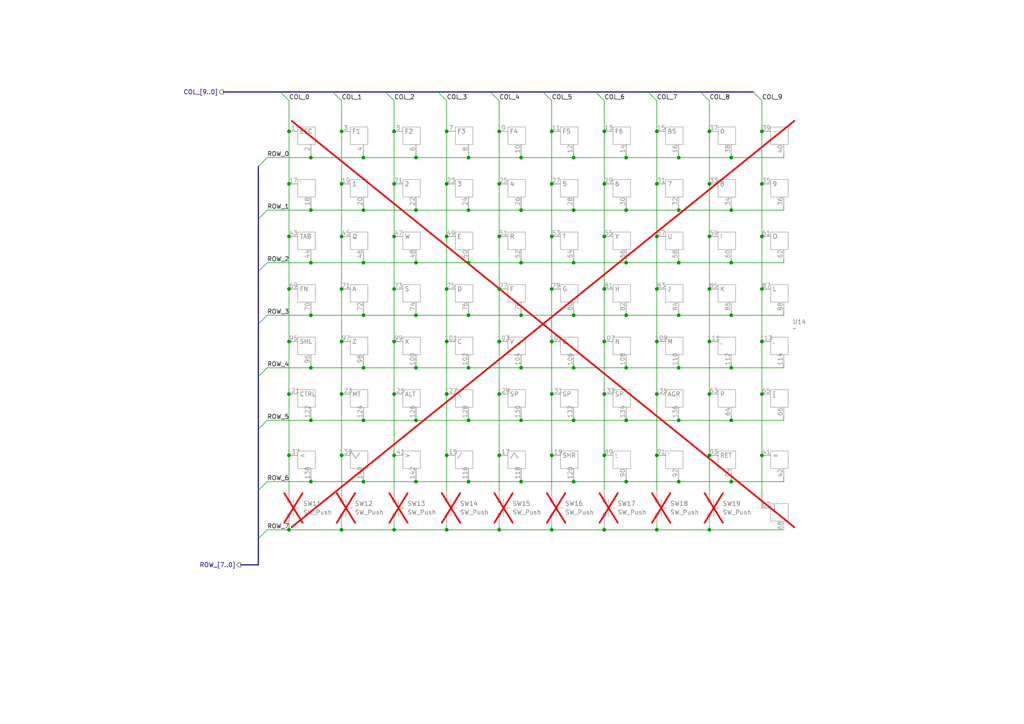
<source format=kicad_sch>
(kicad_sch (version 20250114) (generator "eeschema") (generator_version "9.0")
  (paper "A4")
  (title_block (title "Blackpants") (date "2025-09-18") (rev "R0.1") (company "Rootkit Labs"))
  (lib_symbols
    (symbol "Switch:SW_Push" (pin_numbers (hide yes)) (pin_names (offset 1.016) (hide yes))
      (property "Reference" "SW" (at 1.27 2.54 0))
      (property "Value" "SW_Push" (at 0 -1.524 0))
      (symbol "SW_Push_0_1"
        (circle (center -2.032 0) (radius 0.508))
        (polyline (pts (xy 0 1.27) (xy 0 3.048)))
        (circle (center 2.032 0) (radius 0.508))
        (polyline (pts (xy 2.54 1.27) (xy -2.54 1.27)))
        (pin passive line (at -5.08 0 0) (length 2.54) (name "1") (number "1"))
        (pin passive line (at 5.08 0 180) (length 2.54) (name "2") (number "2"))
      )
    )
    (symbol "keyboard:keyboard"
      (property "Reference" "U" (at 2.54 5.08 0))
      (symbol "keyboard_0_1"
        (rectangle (start -2.54 2.54) (end 2.54 -2.54))
        (rectangle (start -2.54 -12.7) (end 2.54 -17.78))
        (rectangle (start -2.54 -27.94) (end 2.54 -33.02))
        (rectangle (start -2.54 -43.18) (end 2.54 -48.26))
        (rectangle (start -2.54 -58.42) (end 2.54 -63.5))
        (rectangle (start -2.54 -73.66) (end 2.54 -78.74))
        (rectangle (start -2.54 -91.44) (end 2.54 -96.52))
        (rectangle (start 12.7 2.54) (end 17.78 -2.54))
        (rectangle (start 12.7 -12.7) (end 17.78 -17.78))
        (rectangle (start 12.7 -27.94) (end 17.78 -33.02))
        (rectangle (start 12.7 -43.18) (end 17.78 -48.26))
        (rectangle (start 12.7 -58.42) (end 17.78 -63.5))
        (rectangle (start 12.7 -73.66) (end 17.78 -78.74))
        (rectangle (start 12.7 -91.44) (end 17.78 -96.52))
        (rectangle (start 27.94 2.54) (end 33.02 -2.54))
        (rectangle (start 27.94 -12.7) (end 33.02 -17.78))
        (rectangle (start 27.94 -27.94) (end 33.02 -33.02))
        (rectangle (start 27.94 -43.18) (end 33.02 -48.26))
        (rectangle (start 27.94 -58.42) (end 33.02 -63.5))
        (rectangle (start 27.94 -73.66) (end 33.02 -78.74))
        (rectangle (start 27.94 -91.44) (end 33.02 -96.52))
        (rectangle (start 43.18 2.54) (end 48.26 -2.54))
        (rectangle (start 43.18 -12.7) (end 48.26 -17.78))
        (rectangle (start 43.18 -27.94) (end 48.26 -33.02))
        (rectangle (start 43.18 -43.18) (end 48.26 -48.26))
        (rectangle (start 43.18 -58.42) (end 48.26 -63.5))
        (rectangle (start 43.18 -73.66) (end 48.26 -78.74))
        (rectangle (start 43.18 -91.44) (end 48.26 -96.52))
        (rectangle (start 58.42 2.54) (end 63.5 -2.54))
        (rectangle (start 58.42 -12.7) (end 63.5 -17.78))
        (rectangle (start 58.42 -27.94) (end 63.5 -33.02))
        (rectangle (start 58.42 -43.18) (end 63.5 -48.26))
        (rectangle (start 58.42 -58.42) (end 63.5 -63.5))
        (rectangle (start 58.42 -73.66) (end 63.5 -78.74))
        (rectangle (start 58.42 -91.44) (end 63.5 -96.52))
        (rectangle (start 73.66 2.54) (end 78.74 -2.54))
        (rectangle (start 73.66 -12.7) (end 78.74 -17.78))
        (rectangle (start 73.66 -27.94) (end 78.74 -33.02))
        (rectangle (start 73.66 -43.18) (end 78.74 -48.26))
        (rectangle (start 73.66 -58.42) (end 78.74 -63.5))
        (rectangle (start 73.66 -73.66) (end 78.74 -78.74))
        (rectangle (start 73.66 -91.44) (end 78.74 -96.52))
        (rectangle (start 88.9 2.54) (end 93.98 -2.54))
        (rectangle (start 88.9 -12.7) (end 93.98 -17.78))
        (rectangle (start 88.9 -27.94) (end 93.98 -33.02))
        (rectangle (start 88.9 -43.18) (end 93.98 -48.26))
        (rectangle (start 88.9 -58.42) (end 93.98 -63.5))
        (rectangle (start 88.9 -73.66) (end 93.98 -78.74))
        (rectangle (start 88.9 -91.44) (end 93.98 -96.52))
        (rectangle (start 104.14 2.54) (end 109.22 -2.54))
        (rectangle (start 104.14 -12.7) (end 109.22 -17.78))
        (rectangle (start 104.14 -27.94) (end 109.22 -33.02))
        (rectangle (start 104.14 -43.18) (end 109.22 -48.26))
        (rectangle (start 104.14 -58.42) (end 109.22 -63.5))
        (rectangle (start 104.14 -73.66) (end 109.22 -78.74))
        (rectangle (start 104.14 -91.44) (end 109.22 -96.52))
        (rectangle (start 119.38 2.54) (end 124.46 -2.54))
        (rectangle (start 119.38 -12.7) (end 124.46 -17.78))
        (rectangle (start 119.38 -27.94) (end 124.46 -33.02))
        (rectangle (start 119.38 -43.18) (end 124.46 -48.26))
        (rectangle (start 119.38 -58.42) (end 124.46 -63.5))
        (rectangle (start 119.38 -73.66) (end 124.46 -78.74))
        (rectangle (start 119.38 -91.44) (end 124.46 -96.52))
        (rectangle (start 134.62 2.54) (end 139.7 -2.54))
        (rectangle (start 134.62 -12.7) (end 139.7 -17.78))
        (rectangle (start 134.62 -27.94) (end 139.7 -33.02))
        (rectangle (start 134.62 -43.18) (end 139.7 -48.26))
        (rectangle (start 134.62 -58.42) (end 139.7 -63.5))
        (rectangle (start 134.62 -73.66) (end 139.7 -78.74))
        (rectangle (start 134.62 -91.44) (end 139.7 -96.52))
        (rectangle (start 134.62 -106.68) (end 139.7 -111.76))
      )
      (symbol "keyboard_1_1"
        (pin passive line (at -5.08 1.27 0) (length 2.54) (name "ESC") (number "1"))
        (pin passive line (at -5.08 -13.97 0) (length 2.54) (name "`") (number "17"))
        (pin passive line (at -5.08 -29.21 0) (length 2.54) (name "TAB") (number "43"))
        (pin passive line (at -5.08 -44.45 0) (length 2.54) (name "FN") (number "69"))
        (pin passive line (at -5.08 -59.69 0) (length 2.54) (name "SHL") (number "95"))
        (pin passive line (at -5.08 -74.93 0) (length 2.54) (name "CTRL") (number "121"))
        (pin passive line (at -5.08 -92.71 0) (length 2.54) (name "<") (number "137"))
        (pin passive line (at 1.27 -5.08 90) (length 2.54) (name "") (number "2"))
        (pin passive line (at 1.27 -20.32 90) (length 2.54) (name "") (number "18"))
        (pin passive line (at 1.27 -35.56 90) (length 2.54) (name "") (number "44"))
        (pin passive line (at 1.27 -50.8 90) (length 2.54) (name "") (number "70"))
        (pin passive line (at 1.27 -66.04 90) (length 2.54) (name "") (number "96"))
        (pin passive line (at 1.27 -81.28 90) (length 2.54) (name "") (number "122"))
        (pin passive line (at 1.27 -99.06 90) (length 2.54) (name "") (number "138"))
        (pin passive line (at 10.16 1.27 0) (length 2.54) (name "F1") (number "3"))
        (pin passive line (at 10.16 -13.97 0) (length 2.54) (name "1") (number "19"))
        (pin passive line (at 10.16 -29.21 0) (length 2.54) (name "Q") (number "45"))
        (pin passive line (at 10.16 -44.45 0) (length 2.54) (name "A") (number "71"))
        (pin passive line (at 10.16 -59.69 0) (length 2.54) (name "Z") (number "97"))
        (pin passive line (at 10.16 -74.93 0) (length 2.54) (name "MT") (number "123"))
        (pin passive line (at 10.16 -92.71 0) (length 2.54) (name "\\/") (number "139"))
        (pin passive line (at 16.51 -5.08 90) (length 2.54) (name "") (number "4"))
        (pin passive line (at 16.51 -20.32 90) (length 2.54) (name "") (number "20"))
        (pin passive line (at 16.51 -35.56 90) (length 2.54) (name "") (number "46"))
        (pin passive line (at 16.51 -50.8 90) (length 2.54) (name "") (number "72"))
        (pin passive line (at 16.51 -66.04 90) (length 2.54) (name "") (number "98"))
        (pin passive line (at 16.51 -81.28 90) (length 2.54) (name "") (number "124"))
        (pin passive line (at 16.51 -99.06 90) (length 2.54) (name "") (number "140"))
        (pin passive line (at 25.4 1.27 0) (length 2.54) (name "F2") (number "5"))
        (pin passive line (at 25.4 -13.97 0) (length 2.54) (name "2") (number "21"))
        (pin passive line (at 25.4 -29.21 0) (length 2.54) (name "W") (number "47"))
        (pin passive line (at 25.4 -44.45 0) (length 2.54) (name "S") (number "73"))
        (pin passive line (at 25.4 -59.69 0) (length 2.54) (name "X") (number "99"))
        (pin passive line (at 25.4 -74.93 0) (length 2.54) (name "ALT") (number "125"))
        (pin passive line (at 25.4 -92.71 0) (length 2.54) (name ">") (number "141"))
        (pin passive line (at 31.75 -5.08 90) (length 2.54) (name "") (number "6"))
        (pin passive line (at 31.75 -20.32 90) (length 2.54) (name "") (number "22"))
        (pin passive line (at 31.75 -35.56 90) (length 2.54) (name "") (number "48"))
        (pin passive line (at 31.75 -50.8 90) (length 2.54) (name "") (number "74"))
        (pin passive line (at 31.75 -66.04 90) (length 2.54) (name "") (number "100"))
        (pin passive line (at 31.75 -81.28 90) (length 2.54) (name "") (number "126"))
        (pin passive line (at 31.75 -99.06 90) (length 2.54) (name "") (number "142"))
        (pin passive line (at 40.64 1.27 0) (length 2.54) (name "F3") (number "7"))
        (pin passive line (at 40.64 -13.97 0) (length 2.54) (name "3") (number "23"))
        (pin passive line (at 40.64 -29.21 0) (length 2.54) (name "E") (number "49"))
        (pin passive line (at 40.64 -44.45 0) (length 2.54) (name "D") (number "75"))
        (pin passive line (at 40.64 -59.69 0) (length 2.54) (name "C") (number "101"))
        (pin passive line (at 40.64 -74.93 0) (length 2.54) (name "\\") (number "127"))
        (pin passive line (at 40.64 -92.71 0) (length 2.54) (name "/") (number "115"))
        (pin passive line (at 46.99 -5.08 90) (length 2.54) (name "") (number "8"))
        (pin passive line (at 46.99 -20.32 90) (length 2.54) (name "") (number "24"))
        (pin passive line (at 46.99 -35.56 90) (length 2.54) (name "") (number "50"))
        (pin passive line (at 46.99 -50.8 90) (length 2.54) (name "") (number "76"))
        (pin passive line (at 46.99 -66.04 90) (length 2.54) (name "") (number "102"))
        (pin passive line (at 46.99 -81.28 90) (length 2.54) (name "") (number "128"))
        (pin passive line (at 46.99 -99.06 90) (length 2.54) (name "") (number "116"))
        (pin passive line (at 55.88 1.27 0) (length 2.54) (name "F4") (number "9"))
        (pin passive line (at 55.88 -13.97 0) (length 2.54) (name "4") (number "25"))
        (pin passive line (at 55.88 -29.21 0) (length 2.54) (name "R") (number "51"))
        (pin passive line (at 55.88 -44.45 0) (length 2.54) (name "F") (number "77"))
        (pin passive line (at 55.88 -59.69 0) (length 2.54) (name "V") (number "103"))
        (pin passive line (at 55.88 -74.93 0) (length 2.54) (name "SP") (number "129"))
        (pin passive line (at 55.88 -92.71 0) (length 2.54) (name "/\\") (number "117"))
        (pin passive line (at 62.23 -5.08 90) (length 2.54) (name "") (number "10"))
        (pin passive line (at 62.23 -20.32 90) (length 2.54) (name "") (number "26"))
        (pin passive line (at 62.23 -35.56 90) (length 2.54) (name "") (number "52"))
        (pin passive line (at 62.23 -50.8 90) (length 2.54) (name "") (number "78"))
        (pin passive line (at 62.23 -66.04 90) (length 2.54) (name "") (number "104"))
        (pin passive line (at 62.23 -81.28 90) (length 2.54) (name "") (number "130"))
        (pin passive line (at 62.23 -99.06 90) (length 2.54) (name "") (number "118"))
        (pin passive line (at 71.12 1.27 0) (length 2.54) (name "F5") (number "11"))
        (pin passive line (at 71.12 -13.97 0) (length 2.54) (name "5") (number "27"))
        (pin passive line (at 71.12 -29.21 0) (length 2.54) (name "T") (number "53"))
        (pin passive line (at 71.12 -44.45 0) (length 2.54) (name "G") (number "79"))
        (pin tri_state line (at 71.12 -59.69 0) (length 2.54) (name "B") (number "105"))
        (pin passive line (at 71.12 -74.93 0) (length 2.54) (name "SP") (number "131"))
        (pin passive line (at 71.12 -92.71 0) (length 2.54) (name "SHR") (number "119"))
        (pin passive line (at 77.47 -5.08 90) (length 2.54) (name "") (number "12"))
        (pin passive line (at 77.47 -20.32 90) (length 2.54) (name "") (number "28"))
        (pin passive line (at 77.47 -35.56 90) (length 2.54) (name "") (number "54"))
        (pin passive line (at 77.47 -50.8 90) (length 2.54) (name "") (number "80"))
        (pin passive line (at 77.47 -66.04 90) (length 2.54) (name "") (number "106"))
        (pin passive line (at 77.47 -81.28 90) (length 2.54) (name "") (number "132"))
        (pin passive line (at 77.47 -99.06 90) (length 2.54) (name "") (number "120"))
        (pin passive line (at 86.36 1.27 0) (length 2.54) (name "F6") (number "13"))
        (pin passive line (at 86.36 -13.97 0) (length 2.54) (name "6") (number "29"))
        (pin passive line (at 86.36 -29.21 0) (length 2.54) (name "Y") (number "55"))
        (pin passive line (at 86.36 -44.45 0) (length 2.54) (name "H") (number "81"))
        (pin passive line (at 86.36 -59.69 0) (length 2.54) (name "N") (number "107"))
        (pin passive line (at 86.36 -74.93 0) (length 2.54) (name "SP") (number "133"))
        (pin passive line (at 86.36 -92.71 0) (length 2.54) (name ";") (number "89"))
        (pin passive line (at 92.71 -5.08 90) (length 2.54) (name "") (number "14"))
        (pin passive line (at 92.71 -20.32 90) (length 2.54) (name "") (number "30"))
        (pin passive line (at 92.71 -35.56 90) (length 2.54) (name "") (number "56"))
        (pin passive line (at 92.71 -50.8 90) (length 2.54) (name "") (number "82"))
        (pin passive line (at 92.71 -66.04 90) (length 2.54) (name "") (number "108"))
        (pin passive line (at 92.71 -81.28 90) (length 2.54) (name "") (number "134"))
        (pin passive line (at 92.71 -99.06 90) (length 2.54) (name "") (number "90"))
        (pin passive line (at 101.6 1.27 0) (length 2.54) (name "BS") (number "15"))
        (pin passive line (at 101.6 -13.97 0) (length 2.54) (name "7") (number "31"))
        (pin passive line (at 101.6 -29.21 0) (length 2.54) (name "U") (number "57"))
        (pin passive line (at 101.6 -44.45 0) (length 2.54) (name "J") (number "83"))
        (pin passive line (at 101.6 -59.69 0) (length 2.54) (name "M") (number "109"))
        (pin passive line (at 101.6 -74.93 0) (length 2.54) (name "AGR") (number "135"))
        (pin passive line (at 101.6 -92.71 0) (length 2.54) (name "'") (number "91"))
        (pin passive line (at 107.95 -5.08 90) (length 2.54) (name "") (number "16"))
        (pin passive line (at 107.95 -20.32 90) (length 2.54) (name "") (number "32"))
        (pin passive line (at 107.95 -35.56 90) (length 2.54) (name "") (number "58"))
        (pin passive line (at 107.95 -50.8 90) (length 2.54) (name "") (number "84"))
        (pin passive line (at 107.95 -66.04 90) (length 2.54) (name "") (number "110"))
        (pin passive line (at 107.95 -81.28 90) (length 2.54) (name "") (number "136"))
        (pin passive line (at 107.95 -99.06 90) (length 2.54) (name "") (number "92"))
        (pin passive line (at 116.84 1.27 0) (length 2.54) (name "0") (number "37"))
        (pin passive line (at 116.84 -13.97 0) (length 2.54) (name "8") (number "33"))
        (pin passive line (at 116.84 -29.21 0) (length 2.54) (name "I") (number "59"))
        (pin passive line (at 116.84 -44.45 0) (length 2.54) (name "K") (number "85"))
        (pin passive line (at 116.84 -59.69 0) (length 2.54) (name ",") (number "111"))
        (pin passive line (at 116.84 -74.93 0) (length 2.54) (name "P") (number "63"))
        (pin passive line (at 116.84 -92.71 0) (length 2.54) (name "RET") (number "93"))
        (pin passive line (at 123.19 -5.08 90) (length 2.54) (name "") (number "38"))
        (pin passive line (at 123.19 -20.32 90) (length 2.54) (name "") (number "34"))
        (pin passive line (at 123.19 -35.56 90) (length 2.54) (name "") (number "60"))
        (pin passive line (at 123.19 -50.8 90) (length 2.54) (name "") (number "86"))
        (pin passive line (at 123.19 -66.04 90) (length 2.54) (name "") (number "112"))
        (pin passive line (at 123.19 -81.28 90) (length 2.54) (name "") (number "64"))
        (pin passive line (at 123.19 -99.06 90) (length 2.54) (name "") (number "94"))
        (pin passive line (at 132.08 1.27 0) (length 2.54) (name "-") (number "39"))
        (pin passive line (at 132.08 -13.97 0) (length 2.54) (name "9") (number "35"))
        (pin passive line (at 132.08 -29.21 0) (length 2.54) (name "O") (number "61"))
        (pin passive line (at 132.08 -44.45 0) (length 2.54) (name "L") (number "87"))
        (pin passive line (at 132.08 -59.69 0) (length 2.54) (name ".") (number "113"))
        (pin passive line (at 132.08 -74.93 0) (length 2.54) (name "[") (number "65"))
        (pin passive line (at 132.08 -92.71 0) (length 2.54) (name "=") (number "41"))
        (pin passive line (at 132.08 -107.95 0) (length 2.54) (name "]") (number "67"))
        (pin passive line (at 138.43 -5.08 90) (length 2.54) (name "") (number "40"))
        (pin passive line (at 138.43 -20.32 90) (length 2.54) (name "") (number "36"))
        (pin passive line (at 138.43 -35.56 90) (length 2.54) (name "") (number "62"))
        (pin passive line (at 138.43 -50.8 90) (length 2.54) (name "") (number "88"))
        (pin passive line (at 138.43 -66.04 90) (length 2.54) (name "") (number "114"))
        (pin passive line (at 138.43 -81.28 90) (length 2.54) (name "") (number "66"))
        (pin passive line (at 138.43 -99.06 90) (length 2.54) (name "") (number "42"))
        (pin passive line (at 138.43 -114.3 90) (length 2.54) (name "") (number "68"))
      )
    )
  )
  (junction (at 190.5 53.34))
  (junction (at 114.3 68.58))
  (junction (at 144.78 114.3))
  (junction (at 90.17 139.7))
  (junction (at 205.74 53.34))
  (junction (at 175.26 114.3))
  (junction (at 160.02 83.82))
  (junction (at 83.82 114.3))
  (junction (at 90.17 60.96))
  (junction (at 181.61 139.7))
  (junction (at 144.78 153.67))
  (junction (at 175.26 99.06))
  (junction (at 144.78 68.58))
  (junction (at 99.06 153.67))
  (junction (at 196.85 60.96))
  (junction (at 190.5 114.3))
  (junction (at 83.82 153.67))
  (junction (at 151.13 76.2))
  (junction (at 160.02 38.1))
  (junction (at 114.3 99.06))
  (junction (at 160.02 132.08))
  (junction (at 114.3 83.82))
  (junction (at 114.3 53.34))
  (junction (at 196.85 91.44))
  (junction (at 205.74 114.3))
  (junction (at 120.65 91.44))
  (junction (at 220.98 132.08))
  (junction (at 105.41 76.2))
  (junction (at 196.85 121.92))
  (junction (at 120.65 106.68))
  (junction (at 105.41 139.7))
  (junction (at 220.98 53.34))
  (junction (at 90.17 106.68))
  (junction (at 212.09 76.2))
  (junction (at 212.09 60.96))
  (junction (at 120.65 45.72))
  (junction (at 83.82 68.58))
  (junction (at 135.89 76.2))
  (junction (at 83.82 99.06))
  (junction (at 212.09 106.68))
  (junction (at 166.37 91.44))
  (junction (at 114.3 114.3))
  (junction (at 151.13 121.92))
  (junction (at 181.61 91.44))
  (junction (at 166.37 106.68))
  (junction (at 166.37 45.72))
  (junction (at 151.13 60.96))
  (junction (at 166.37 121.92))
  (junction (at 114.3 38.1))
  (junction (at 220.98 68.58))
  (junction (at 160.02 153.67))
  (junction (at 181.61 106.68))
  (junction (at 190.5 68.58))
  (junction (at 220.98 83.82))
  (junction (at 205.74 99.06))
  (junction (at 212.09 121.92))
  (junction (at 120.65 121.92))
  (junction (at 166.37 139.7))
  (junction (at 99.06 38.1))
  (junction (at 99.06 83.82))
  (junction (at 160.02 99.06))
  (junction (at 175.26 153.67))
  (junction (at 212.09 139.7))
  (junction (at 181.61 121.92))
  (junction (at 99.06 68.58))
  (junction (at 160.02 68.58))
  (junction (at 135.89 60.96))
  (junction (at 114.3 153.67))
  (junction (at 99.06 53.34))
  (junction (at 166.37 76.2))
  (junction (at 114.3 132.08))
  (junction (at 212.09 45.72))
  (junction (at 135.89 45.72))
  (junction (at 196.85 45.72))
  (junction (at 190.5 83.82))
  (junction (at 175.26 83.82))
  (junction (at 90.17 45.72))
  (junction (at 190.5 153.67))
  (junction (at 83.82 53.34))
  (junction (at 83.82 38.1))
  (junction (at 181.61 45.72))
  (junction (at 83.82 132.08))
  (junction (at 135.89 106.68))
  (junction (at 220.98 99.06))
  (junction (at 120.65 60.96))
  (junction (at 160.02 53.34))
  (junction (at 151.13 45.72))
  (junction (at 99.06 132.08))
  (junction (at 175.26 132.08))
  (junction (at 205.74 68.58))
  (junction (at 196.85 76.2))
  (junction (at 135.89 91.44))
  (junction (at 175.26 53.34))
  (junction (at 181.61 76.2))
  (junction (at 129.54 153.67))
  (junction (at 190.5 132.08))
  (junction (at 190.5 99.06))
  (junction (at 220.98 38.1))
  (junction (at 166.37 60.96))
  (junction (at 205.74 153.67))
  (junction (at 205.74 38.1))
  (junction (at 181.61 60.96))
  (junction (at 144.78 38.1))
  (junction (at 144.78 53.34))
  (junction (at 151.13 106.68))
  (junction (at 196.85 106.68))
  (junction (at 135.89 139.7))
  (junction (at 90.17 91.44))
  (junction (at 105.41 106.68))
  (junction (at 175.26 38.1))
  (junction (at 129.54 114.3))
  (junction (at 151.13 139.7))
  (junction (at 129.54 53.34))
  (junction (at 135.89 121.92))
  (junction (at 151.13 91.44))
  (junction (at 190.5 38.1))
  (junction (at 129.54 38.1))
  (junction (at 129.54 68.58))
  (junction (at 105.41 60.96))
  (junction (at 144.78 99.06))
  (junction (at 196.85 139.7))
  (junction (at 99.06 99.06))
  (junction (at 205.74 132.08))
  (junction (at 105.41 121.92))
  (junction (at 105.41 45.72))
  (junction (at 212.09 91.44))
  (junction (at 120.65 76.2))
  (junction (at 144.78 132.08))
  (junction (at 90.17 121.92))
  (junction (at 120.65 139.7))
  (junction (at 99.06 114.3))
  (junction (at 160.02 114.3))
  (junction (at 90.17 76.2))
  (junction (at 83.82 83.82))
  (junction (at 175.26 68.58))
  (junction (at 129.54 83.82))
  (junction (at 105.41 91.44))
  (junction (at 129.54 99.06))
  (junction (at 129.54 132.08))
  (junction (at 220.98 114.3))
  (junction (at 144.78 83.82))
  (junction (at 205.74 83.82))
  (bus_entry (at 111.76 26.67) (size 2.54 2.54))
  (bus_entry (at 203.2 26.67) (size 2.54 2.54))
  (bus_entry (at 74.93 78.74) (size 2.54 -2.54))
  (bus_entry (at 81.28 26.67) (size 2.54 2.54))
  (bus_entry (at 142.24 26.67) (size 2.54 2.54))
  (bus_entry (at 187.96 26.67) (size 2.54 2.54))
  (bus_entry (at 74.93 109.22) (size 2.54 -2.54))
  (bus_entry (at 74.93 142.24) (size 2.54 -2.54))
  (bus_entry (at 74.93 63.5) (size 2.54 -2.54))
  (bus_entry (at 74.93 156.21) (size 2.54 -2.54))
  (bus_entry (at 218.44 26.67) (size 2.54 2.54))
  (bus_entry (at 74.93 48.26) (size 2.54 -2.54))
  (bus_entry (at 74.93 93.98) (size 2.54 -2.54))
  (bus_entry (at 74.93 124.46) (size 2.54 -2.54))
  (bus_entry (at 96.52 26.67) (size 2.54 2.54))
  (bus_entry (at 172.72 26.67) (size 2.54 2.54))
  (bus_entry (at 127 26.67) (size 2.54 2.54))
  (bus_entry (at 157.48 26.67) (size 2.54 2.54))
  (wire (pts (xy 212.09 76.2) (xy 227.33 76.2)))
  (wire (pts (xy 181.61 139.7) (xy 196.85 139.7)))
  (wire (pts (xy 83.82 29.21) (xy 83.82 38.1)))
  (wire (pts (xy 135.89 45.72) (xy 151.13 45.72)))
  (wire (pts (xy 135.89 121.92) (xy 135.89 120.65)))
  (wire (pts (xy 166.37 106.68) (xy 181.61 106.68)))
  (wire (pts (xy 135.89 106.68) (xy 135.89 105.41)))
  (wire (pts (xy 135.89 60.96) (xy 135.89 59.69)))
  (wire (pts (xy 166.37 121.92) (xy 166.37 120.65)))
  (wire (pts (xy 90.17 60.96) (xy 90.17 59.69)))
  (wire (pts (xy 90.17 106.68) (xy 90.17 105.41)))
  (wire (pts (xy 99.06 29.21) (xy 99.06 38.1)))
  (wire (pts (xy 181.61 76.2) (xy 196.85 76.2)))
  (wire (pts (xy 227.33 91.44) (xy 227.33 90.17)))
  (wire (pts (xy 190.5 132.08) (xy 190.5 142.24)))
  (wire (pts (xy 135.89 91.44) (xy 135.89 90.17)))
  (wire (pts (xy 166.37 45.72) (xy 181.61 45.72)))
  (wire (pts (xy 220.98 53.34) (xy 220.98 68.58)))
  (wire (pts (xy 99.06 152.4) (xy 99.06 153.67)))
  (wire (pts (xy 83.82 132.08) (xy 83.82 142.24)))
  (wire (pts (xy 212.09 139.7) (xy 227.33 139.7)))
  (wire (pts (xy 135.89 76.2) (xy 135.89 74.93)))
  (wire (pts (xy 160.02 68.58) (xy 160.02 83.82)))
  (wire (pts (xy 205.74 53.34) (xy 205.74 68.58)))
  (wire (pts (xy 220.98 83.82) (xy 220.98 99.06)))
  (wire (pts (xy 166.37 44.45) (xy 166.37 45.72)))
  (wire (pts (xy 181.61 59.69) (xy 181.61 60.96)))
  (wire (pts (xy 196.85 60.96) (xy 212.09 60.96)))
  (wire (pts (xy 181.61 91.44) (xy 196.85 91.44)))
  (wire (pts (xy 105.41 138.43) (xy 105.41 139.7)))
  (wire (pts (xy 160.02 38.1) (xy 160.02 53.34)))
  (wire (pts (xy 166.37 60.96) (xy 181.61 60.96)))
  (wire (pts (xy 181.61 76.2) (xy 181.61 74.93)))
  (wire (pts (xy 166.37 91.44) (xy 166.37 90.17)))
  (wire (pts (xy 90.17 121.92) (xy 105.41 121.92)))
  (bus (pts (xy 74.93 78.74) (xy 74.93 93.98)))
  (wire (pts (xy 114.3 153.67) (xy 129.54 153.67)))
  (wire (pts (xy 114.3 38.1) (xy 114.3 53.34)))
  (wire (pts (xy 151.13 91.44) (xy 166.37 91.44)))
  (wire (pts (xy 175.26 38.1) (xy 175.26 53.34)))
  (wire (pts (xy 144.78 29.21) (xy 144.78 38.1)))
  (wire (pts (xy 196.85 91.44) (xy 196.85 90.17)))
  (wire (pts (xy 196.85 138.43) (xy 196.85 139.7)))
  (wire (pts (xy 120.65 138.43) (xy 120.65 139.7)))
  (wire (pts (xy 227.33 59.69) (xy 227.33 60.96)))
  (wire (pts (xy 99.06 38.1) (xy 99.06 53.34)))
  (wire (pts (xy 83.82 83.82) (xy 83.82 99.06)))
  (bus (pts (xy 187.96 26.67) (xy 203.2 26.67)))
  (wire (pts (xy 166.37 91.44) (xy 181.61 91.44)))
  (wire (pts (xy 160.02 29.21) (xy 160.02 38.1)))
  (wire (pts (xy 120.65 106.68) (xy 120.65 105.41)))
  (wire (pts (xy 175.26 99.06) (xy 175.26 114.3)))
  (wire (pts (xy 129.54 38.1) (xy 129.54 53.34)))
  (wire (pts (xy 114.3 114.3) (xy 114.3 132.08)))
  (wire (pts (xy 160.02 53.34) (xy 160.02 68.58)))
  (wire (pts (xy 120.65 91.44) (xy 135.89 91.44)))
  (wire (pts (xy 90.17 91.44) (xy 90.17 90.17)))
  (wire (pts (xy 190.5 29.21) (xy 190.5 38.1)))
  (wire (pts (xy 196.85 139.7) (xy 212.09 139.7)))
  (wire (pts (xy 90.17 45.72) (xy 105.41 45.72)))
  (wire (pts (xy 196.85 91.44) (xy 212.09 91.44)))
  (wire (pts (xy 220.98 68.58) (xy 220.98 83.82)))
  (wire (pts (xy 90.17 139.7) (xy 90.17 138.43)))
  (wire (pts (xy 196.85 121.92) (xy 212.09 121.92)))
  (wire (pts (xy 212.09 138.43) (xy 212.09 139.7)))
  (wire (pts (xy 135.89 106.68) (xy 151.13 106.68)))
  (wire (pts (xy 181.61 121.92) (xy 181.61 120.65)))
  (wire (pts (xy 120.65 121.92) (xy 120.65 120.65)))
  (wire (pts (xy 181.61 44.45) (xy 181.61 45.72)))
  (wire (pts (xy 175.26 152.4) (xy 175.26 153.67)))
  (bus (pts (xy 64.77 26.67) (xy 81.28 26.67)))
  (wire (pts (xy 83.82 68.58) (xy 83.82 83.82)))
  (wire (pts (xy 212.09 91.44) (xy 227.33 91.44)))
  (wire (pts (xy 90.17 139.7) (xy 105.41 139.7)))
  (wire (pts (xy 212.09 76.2) (xy 212.09 74.93)))
  (wire (pts (xy 105.41 91.44) (xy 105.41 90.17)))
  (wire (pts (xy 151.13 106.68) (xy 151.13 105.41)))
  (wire (pts (xy 99.06 99.06) (xy 99.06 114.3)))
  (wire (pts (xy 77.47 76.2) (xy 90.17 76.2)))
  (wire (pts (xy 212.09 106.68) (xy 212.09 105.41)))
  (wire (pts (xy 83.82 53.34) (xy 83.82 68.58)))
  (wire (pts (xy 196.85 121.92) (xy 196.85 120.65)))
  (wire (pts (xy 160.02 83.82) (xy 160.02 99.06)))
  (wire (pts (xy 129.54 53.34) (xy 129.54 68.58)))
  (wire (pts (xy 99.06 153.67) (xy 114.3 153.67)))
  (bus (pts (xy 74.93 93.98) (xy 74.93 109.22)))
  (wire (pts (xy 175.26 68.58) (xy 175.26 83.82)))
  (wire (pts (xy 205.74 38.1) (xy 205.74 53.34)))
  (wire (pts (xy 129.54 99.06) (xy 129.54 114.3)))
  (wire (pts (xy 220.98 38.1) (xy 220.98 53.34)))
  (wire (pts (xy 77.47 91.44) (xy 90.17 91.44)))
  (wire (pts (xy 181.61 106.68) (xy 181.61 105.41)))
  (wire (pts (xy 144.78 114.3) (xy 144.78 132.08)))
  (wire (pts (xy 105.41 91.44) (xy 120.65 91.44)))
  (wire (pts (xy 205.74 114.3) (xy 205.74 132.08)))
  (wire (pts (xy 175.26 114.3) (xy 175.26 132.08)))
  (wire (pts (xy 135.89 138.43) (xy 135.89 139.7)))
  (wire (pts (xy 205.74 83.82) (xy 205.74 99.06)))
  (wire (pts (xy 90.17 121.92) (xy 90.17 120.65)))
  (wire (pts (xy 205.74 29.21) (xy 205.74 38.1)))
  (wire (pts (xy 120.65 76.2) (xy 120.65 74.93)))
  (wire (pts (xy 114.3 83.82) (xy 114.3 99.06)))
  (wire (pts (xy 114.3 152.4) (xy 114.3 153.67)))
  (wire (pts (xy 196.85 45.72) (xy 212.09 45.72)))
  (bus (pts (xy 74.93 63.5) (xy 74.93 78.74)))
  (wire (pts (xy 181.61 45.72) (xy 196.85 45.72)))
  (wire (pts (xy 190.5 99.06) (xy 190.5 114.3)))
  (bus (pts (xy 74.93 48.26) (xy 74.93 63.5)))
  (wire (pts (xy 166.37 76.2) (xy 166.37 74.93)))
  (wire (pts (xy 77.47 60.96) (xy 90.17 60.96)))
  (wire (pts (xy 114.3 68.58) (xy 114.3 83.82)))
  (wire (pts (xy 105.41 60.96) (xy 120.65 60.96)))
  (wire (pts (xy 83.82 114.3) (xy 83.82 132.08)))
  (wire (pts (xy 196.85 106.68) (xy 212.09 106.68)))
  (wire (pts (xy 220.98 132.08) (xy 220.98 147.32)))
  (wire (pts (xy 220.98 29.21) (xy 220.98 38.1)))
  (bus (pts (xy 157.48 26.67) (xy 172.72 26.67)))
  (wire (pts (xy 144.78 68.58) (xy 144.78 83.82)))
  (wire (pts (xy 129.54 68.58) (xy 129.54 83.82)))
  (wire (pts (xy 212.09 91.44) (xy 212.09 90.17)))
  (wire (pts (xy 151.13 106.68) (xy 166.37 106.68)))
  (wire (pts (xy 190.5 153.67) (xy 205.74 153.67)))
  (wire (pts (xy 90.17 76.2) (xy 105.41 76.2)))
  (wire (pts (xy 129.54 114.3) (xy 129.54 132.08)))
  (wire (pts (xy 205.74 132.08) (xy 205.74 142.24)))
  (wire (pts (xy 90.17 60.96) (xy 105.41 60.96)))
  (bus (pts (xy 74.93 109.22) (xy 74.93 124.46)))
  (wire (pts (xy 120.65 121.92) (xy 135.89 121.92)))
  (bus (pts (xy 142.24 26.67) (xy 157.48 26.67)))
  (wire (pts (xy 160.02 114.3) (xy 160.02 132.08)))
  (bus (pts (xy 203.2 26.67) (xy 218.44 26.67)))
  (wire (pts (xy 77.47 121.92) (xy 90.17 121.92)))
  (wire (pts (xy 212.09 120.65) (xy 212.09 121.92)))
  (wire (pts (xy 99.06 53.34) (xy 99.06 68.58)))
  (wire (pts (xy 83.82 153.67) (xy 99.06 153.67)))
  (wire (pts (xy 227.33 121.92) (xy 227.33 120.65)))
  (wire (pts (xy 205.74 152.4) (xy 205.74 153.67)))
  (wire (pts (xy 129.54 153.67) (xy 144.78 153.67)))
  (wire (pts (xy 190.5 83.82) (xy 190.5 99.06)))
  (wire (pts (xy 151.13 59.69) (xy 151.13 60.96)))
  (wire (pts (xy 144.78 83.82) (xy 144.78 99.06)))
  (wire (pts (xy 114.3 132.08) (xy 114.3 142.24)))
  (wire (pts (xy 205.74 153.67) (xy 227.33 153.67)))
  (wire (pts (xy 181.61 106.68) (xy 196.85 106.68)))
  (wire (pts (xy 144.78 99.06) (xy 144.78 114.3)))
  (wire (pts (xy 144.78 38.1) (xy 144.78 53.34)))
  (wire (pts (xy 160.02 153.67) (xy 175.26 153.67)))
  (wire (pts (xy 175.26 53.34) (xy 175.26 68.58)))
  (bus (pts (xy 127 26.67) (xy 142.24 26.67)))
  (bus (pts (xy 172.72 26.67) (xy 187.96 26.67)))
  (wire (pts (xy 151.13 91.44) (xy 151.13 90.17)))
  (wire (pts (xy 227.33 76.2) (xy 227.33 74.93)))
  (wire (pts (xy 90.17 45.72) (xy 90.17 44.45)))
  (wire (pts (xy 151.13 138.43) (xy 151.13 139.7)))
  (wire (pts (xy 135.89 60.96) (xy 151.13 60.96)))
  (wire (pts (xy 77.47 106.68) (xy 90.17 106.68)))
  (wire (pts (xy 83.82 99.06) (xy 83.82 114.3)))
  (wire (pts (xy 151.13 121.92) (xy 166.37 121.92)))
  (wire (pts (xy 175.26 153.67) (xy 190.5 153.67)))
  (wire (pts (xy 105.41 139.7) (xy 120.65 139.7)))
  (wire (pts (xy 120.65 91.44) (xy 120.65 90.17)))
  (wire (pts (xy 151.13 44.45) (xy 151.13 45.72)))
  (wire (pts (xy 175.26 29.21) (xy 175.26 38.1)))
  (wire (pts (xy 160.02 132.08) (xy 160.02 142.24)))
  (wire (pts (xy 212.09 106.68) (xy 227.33 106.68)))
  (wire (pts (xy 166.37 139.7) (xy 181.61 139.7)))
  (wire (pts (xy 105.41 106.68) (xy 105.41 105.41)))
  (bus (pts (xy 74.93 163.83) (xy 74.93 156.21)))
  (wire (pts (xy 190.5 53.34) (xy 190.5 68.58)))
  (wire (pts (xy 105.41 121.92) (xy 120.65 121.92)))
  (wire (pts (xy 129.54 83.82) (xy 129.54 99.06)))
  (wire (pts (xy 99.06 114.3) (xy 99.06 132.08)))
  (wire (pts (xy 99.06 68.58) (xy 99.06 83.82)))
  (wire (pts (xy 77.47 139.7) (xy 90.17 139.7)))
  (wire (pts (xy 114.3 29.21) (xy 114.3 38.1)))
  (wire (pts (xy 227.33 106.68) (xy 227.33 105.41)))
  (wire (pts (xy 90.17 106.68) (xy 105.41 106.68)))
  (wire (pts (xy 151.13 120.65) (xy 151.13 121.92)))
  (wire (pts (xy 120.65 76.2) (xy 135.89 76.2)))
  (wire (pts (xy 166.37 121.92) (xy 181.61 121.92)))
  (wire (pts (xy 151.13 76.2) (xy 151.13 74.93)))
  (wire (pts (xy 135.89 121.92) (xy 151.13 121.92)))
  (wire (pts (xy 120.65 44.45) (xy 120.65 45.72)))
  (wire (pts (xy 77.47 153.67) (xy 83.82 153.67)))
  (wire (pts (xy 144.78 132.08) (xy 144.78 142.24)))
  (wire (pts (xy 196.85 44.45) (xy 196.85 45.72)))
  (wire (pts (xy 83.82 38.1) (xy 83.82 53.34)))
  (wire (pts (xy 196.85 106.68) (xy 196.85 105.41)))
  (wire (pts (xy 166.37 76.2) (xy 181.61 76.2)))
  (wire (pts (xy 90.17 76.2) (xy 90.17 74.93)))
  (wire (pts (xy 190.5 38.1) (xy 190.5 53.34)))
  (wire (pts (xy 196.85 76.2) (xy 212.09 76.2)))
  (wire (pts (xy 190.5 152.4) (xy 190.5 153.67)))
  (wire (pts (xy 227.33 45.72) (xy 227.33 44.45)))
  (wire (pts (xy 212.09 44.45) (xy 212.09 45.72)))
  (wire (pts (xy 105.41 44.45) (xy 105.41 45.72)))
  (wire (pts (xy 105.41 76.2) (xy 120.65 76.2)))
  (wire (pts (xy 99.06 83.82) (xy 99.06 99.06)))
  (wire (pts (xy 144.78 53.34) (xy 144.78 68.58)))
  (wire (pts (xy 144.78 153.67) (xy 160.02 153.67)))
  (wire (pts (xy 129.54 152.4) (xy 129.54 153.67)))
  (wire (pts (xy 190.5 114.3) (xy 190.5 132.08)))
  (wire (pts (xy 129.54 132.08) (xy 129.54 142.24)))
  (wire (pts (xy 175.26 83.82) (xy 175.26 99.06)))
  (wire (pts (xy 181.61 121.92) (xy 196.85 121.92)))
  (wire (pts (xy 135.89 76.2) (xy 151.13 76.2)))
  (bus (pts (xy 96.52 26.67) (xy 111.76 26.67)))
  (bus (pts (xy 74.93 142.24) (xy 74.93 156.21)))
  (wire (pts (xy 120.65 45.72) (xy 135.89 45.72)))
  (wire (pts (xy 166.37 138.43) (xy 166.37 139.7)))
  (wire (pts (xy 166.37 59.69) (xy 166.37 60.96)))
  (wire (pts (xy 151.13 76.2) (xy 166.37 76.2)))
  (wire (pts (xy 90.17 91.44) (xy 105.41 91.44)))
  (wire (pts (xy 120.65 106.68) (xy 135.89 106.68)))
  (wire (pts (xy 181.61 91.44) (xy 181.61 90.17)))
  (wire (pts (xy 105.41 121.92) (xy 105.41 120.65)))
  (wire (pts (xy 135.89 139.7) (xy 151.13 139.7)))
  (wire (pts (xy 77.47 45.72) (xy 90.17 45.72)))
  (bus (pts (xy 69.85 163.83) (xy 74.93 163.83)))
  (wire (pts (xy 212.09 121.92) (xy 227.33 121.92)))
  (wire (pts (xy 175.26 132.08) (xy 175.26 142.24)))
  (wire (pts (xy 83.82 152.4) (xy 83.82 153.67)))
  (wire (pts (xy 160.02 152.4) (xy 160.02 153.67)))
  (wire (pts (xy 105.41 60.96) (xy 105.41 59.69)))
  (wire (pts (xy 120.65 139.7) (xy 135.89 139.7)))
  (bus (pts (xy 74.93 124.46) (xy 74.93 142.24)))
  (wire (pts (xy 212.09 60.96) (xy 227.33 60.96)))
  (wire (pts (xy 129.54 29.21) (xy 129.54 38.1)))
  (wire (pts (xy 105.41 106.68) (xy 120.65 106.68)))
  (wire (pts (xy 135.89 91.44) (xy 151.13 91.44)))
  (wire (pts (xy 105.41 76.2) (xy 105.41 74.93)))
  (wire (pts (xy 205.74 99.06) (xy 205.74 114.3)))
  (wire (pts (xy 205.74 68.58) (xy 205.74 83.82)))
  (wire (pts (xy 135.89 44.45) (xy 135.89 45.72)))
  (wire (pts (xy 212.09 59.69) (xy 212.09 60.96)))
  (wire (pts (xy 114.3 99.06) (xy 114.3 114.3)))
  (bus (pts (xy 81.28 26.67) (xy 96.52 26.67)))
  (wire (pts (xy 144.78 152.4) (xy 144.78 153.67)))
  (wire (pts (xy 196.85 59.69) (xy 196.85 60.96)))
  (wire (pts (xy 114.3 53.34) (xy 114.3 68.58)))
  (wire (pts (xy 181.61 138.43) (xy 181.61 139.7)))
  (wire (pts (xy 99.06 132.08) (xy 99.06 142.24)))
  (wire (pts (xy 166.37 106.68) (xy 166.37 105.41)))
  (wire (pts (xy 196.85 76.2) (xy 196.85 74.93)))
  (wire (pts (xy 120.65 60.96) (xy 135.89 60.96)))
  (wire (pts (xy 220.98 99.06) (xy 220.98 114.3)))
  (bus (pts (xy 111.76 26.67) (xy 127 26.67)))
  (wire (pts (xy 220.98 114.3) (xy 220.98 132.08)))
  (wire (pts (xy 212.09 45.72) (xy 227.33 45.72)))
  (wire (pts (xy 181.61 60.96) (xy 196.85 60.96)))
  (wire (pts (xy 160.02 99.06) (xy 160.02 114.3)))
  (wire (pts (xy 190.5 68.58) (xy 190.5 83.82)))
  (wire (pts (xy 151.13 45.72) (xy 166.37 45.72)))
  (wire (pts (xy 105.41 45.72) (xy 120.65 45.72)))
  (wire (pts (xy 151.13 60.96) (xy 166.37 60.96)))
  (wire (pts (xy 120.65 60.96) (xy 120.65 59.69)))
  (wire (pts (xy 227.33 139.7) (xy 227.33 138.43)))
  (wire (pts (xy 151.13 139.7) (xy 166.37 139.7)))
  (label "ROW_4" (at 77.47 106.68 0))
  (label "COL_5" (at 160.02 29.21 0))
  (label "COL_0" (at 83.82 29.21 0))
  (label "COL_8" (at 205.74 29.21 0))
  (label "COL_3" (at 129.54 29.21 0))
  (label "ROW_0" (at 77.47 45.72 0))
  (label "ROW_7" (at 77.47 153.67 0))
  (label "COL_9" (at 220.98 29.21 0))
  (label "ROW_3" (at 77.47 91.44 0))
  (label "ROW_6" (at 77.47 139.7 0))
  (label "COL_4" (at 144.78 29.21 0))
  (label "COL_6" (at 175.26 29.21 0))
  (label "COL_1" (at 99.06 29.21 0))
  (label "COL_2" (at 114.3 29.21 0))
  (label "COL_7" (at 190.5 29.21 0))
  (label "ROW_2" (at 77.47 76.2 0))
  (label "ROW_5" (at 77.47 121.92 0))
  (label "ROW_1" (at 77.47 60.96 0))
  (hierarchical_label "COL_[9..0]" (shape output) (at 64.77 26.67 180))
  (hierarchical_label "ROW_[7..0]" (shape output) (at 69.85 163.83 180))
  (symbol (lib_id "Switch:SW_Push") (at 205.74 147.32 270) (unit 1) (exclude_from_sim yes) (in_bom no) (on_board no) (dnp yes)
    (property "Reference" "SW19" (at 209.55 146.0499 90) (effects (justify left)))
    (property "Value" "SW_Push" (at 209.55 148.5899 90) (effects (justify left)))
    (property "Footprint" "Button_Switch_SMD:SW_Push_1P1T_NO_CK_KSC7xxJ" (effects (hide yes)))
    (property "Description" "Push button switch, generic, two pins" (effects (hide yes)))
  )
  (symbol (lib_id "keyboard:keyboard") (at 88.9 39.37 0) (unit 1) (in_bom no) (dnp yes)
    (property "Reference" "U14" (at 229.87 93.3449 0) (effects (justify left)))
    (property "Value" "~" (at 229.87 95.25 0) (effects (justify left)))
    (property "Footprint" "keyboard:keyboard_arturo182" (effects (hide yes)))
  )
  (symbol (lib_id "Switch:SW_Push") (at 144.78 147.32 270) (unit 1) (exclude_from_sim yes) (in_bom no) (on_board no) (dnp yes)
    (property "Reference" "SW15" (at 148.59 146.0499 90) (effects (justify left)))
    (property "Value" "SW_Push" (at 148.59 148.5899 90) (effects (justify left)))
    (property "Footprint" "Button_Switch_SMD:SW_Push_1P1T_NO_CK_KSC7xxJ" (effects (hide yes)))
    (property "Description" "Push button switch, generic, two pins" (effects (hide yes)))
  )
  (symbol (lib_id "Switch:SW_Push") (at 83.82 147.32 270) (unit 1) (exclude_from_sim yes) (in_bom no) (on_board no) (dnp yes)
    (property "Reference" "SW11" (at 87.884 146.05 90) (effects (justify left)))
    (property "Value" "SW_Push" (at 87.884 148.59 90) (effects (justify left)))
    (property "Footprint" "Button_Switch_SMD:SW_Push_1P1T_NO_CK_KSC7xxJ" (effects (hide yes)))
    (property "Description" "Push button switch, generic, two pins" (effects (hide yes)))
  )
  (symbol (lib_id "Switch:SW_Push") (at 114.3 147.32 270) (unit 1) (exclude_from_sim yes) (in_bom no) (on_board no) (dnp yes)
    (property "Reference" "SW13" (at 118.11 146.0499 90) (effects (justify left)))
    (property "Value" "SW_Push" (at 118.11 148.5899 90) (effects (justify left)))
    (property "Footprint" "Button_Switch_SMD:SW_Push_1P1T_NO_CK_KSC7xxJ" (effects (hide yes)))
    (property "Description" "Push button switch, generic, two pins" (effects (hide yes)))
  )
  (symbol (lib_id "Switch:SW_Push") (at 160.02 147.32 270) (unit 1) (exclude_from_sim yes) (in_bom no) (on_board no) (dnp yes)
    (property "Reference" "SW16" (at 163.83 146.0499 90) (effects (justify left)))
    (property "Value" "SW_Push" (at 163.83 148.5899 90) (effects (justify left)))
    (property "Footprint" "Button_Switch_SMD:SW_Push_1P1T_NO_CK_KSC7xxJ" (effects (hide yes)))
    (property "Description" "Push button switch, generic, two pins" (effects (hide yes)))
  )
  (symbol (lib_id "Switch:SW_Push") (at 99.06 147.32 270) (unit 1) (exclude_from_sim yes) (in_bom no) (on_board no) (dnp yes)
    (property "Reference" "SW12" (at 102.87 146.0499 90) (effects (justify left)))
    (property "Value" "SW_Push" (at 102.87 148.5899 90) (effects (justify left)))
    (property "Footprint" "Button_Switch_SMD:SW_Push_1P1T_NO_CK_KSC7xxJ" (effects (hide yes)))
    (property "Description" "Push button switch, generic, two pins" (effects (hide yes)))
  )
  (symbol (lib_id "Switch:SW_Push") (at 129.54 147.32 270) (unit 1) (exclude_from_sim yes) (in_bom no) (on_board no) (dnp yes)
    (property "Reference" "SW14" (at 133.35 146.0499 90) (effects (justify left)))
    (property "Value" "SW_Push" (at 133.35 148.5899 90) (effects (justify left)))
    (property "Footprint" "Button_Switch_SMD:SW_Push_1P1T_NO_CK_KSC7xxJ" (effects (hide yes)))
    (property "Description" "Push button switch, generic, two pins" (effects (hide yes)))
  )
  (symbol (lib_id "Switch:SW_Push") (at 190.5 147.32 270) (unit 1) (exclude_from_sim yes) (in_bom no) (on_board no) (dnp yes)
    (property "Reference" "SW18" (at 194.31 146.0499 90) (effects (justify left)))
    (property "Value" "SW_Push" (at 194.31 148.5899 90) (effects (justify left)))
    (property "Footprint" "Button_Switch_SMD:SW_Push_1P1T_NO_CK_KSC7xxJ" (effects (hide yes)))
    (property "Description" "Push button switch, generic, two pins" (effects (hide yes)))
  )
  (symbol (lib_id "Switch:SW_Push") (at 175.26 147.32 270) (unit 1) (exclude_from_sim yes) (in_bom no) (on_board no) (dnp yes)
    (property "Reference" "SW17" (at 179.07 146.0499 90) (effects (justify left)))
    (property "Value" "SW_Push" (at 179.07 148.5899 90) (effects (justify left)))
    (property "Footprint" "Button_Switch_SMD:SW_Push_1P1T_NO_CK_KSC7xxJ" (effects (hide yes)))
    (property "Description" "Push button switch, generic, two pins" (effects (hide yes)))
  )
)
</source>
